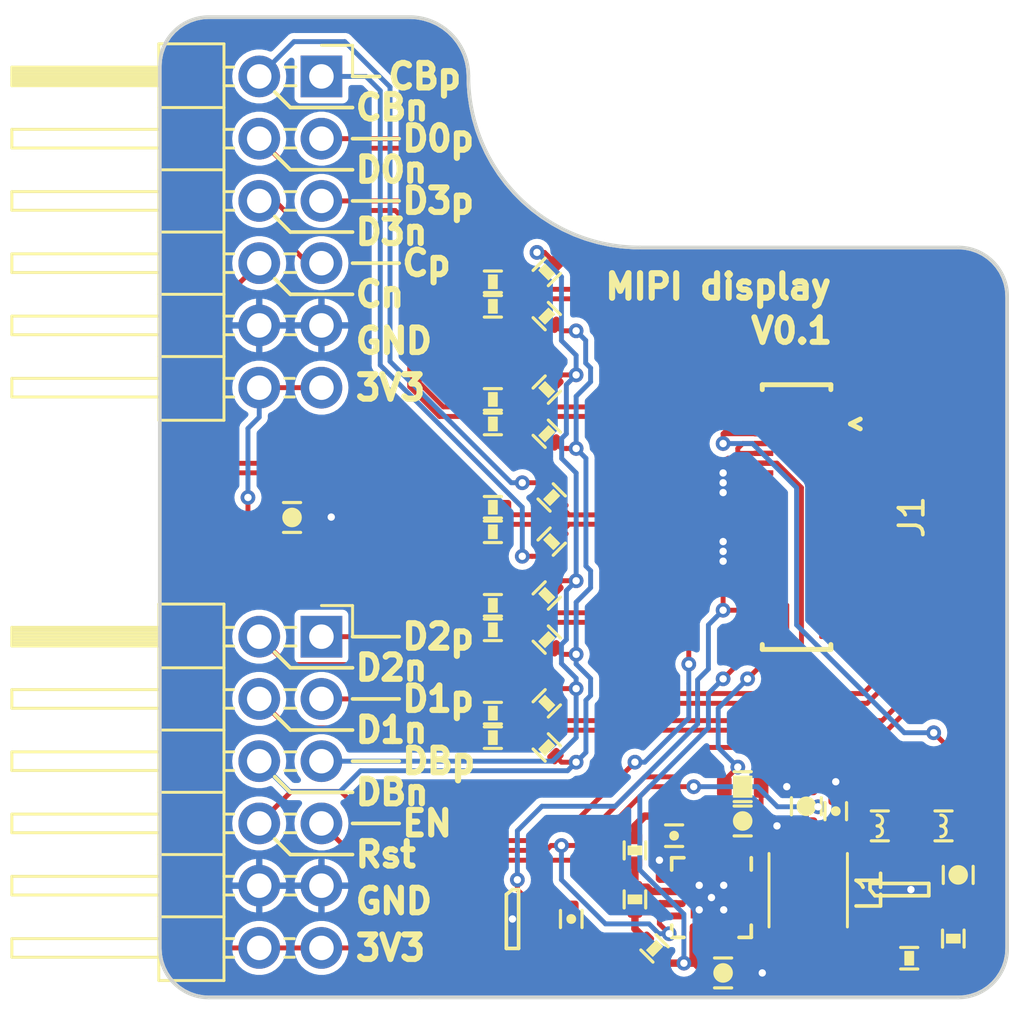
<source format=kicad_pcb>
(kicad_pcb (version 20221018) (generator pcbnew)
  (title_block (title "iCEBreaker PMOD - MIPI 1440x1440 Dsplay") (date "2018-11-04") (rev "V1.0a") (company "GsD") (comment 1 "2018 (C) Greg Davill<greg.davill@gmail.com>") (comment 3 "License: CC-BY-SA 4.0"))
  (layers (0 "F.Cu" signal) (31 "B.Cu" signal) (34 "B.Paste" user) (35 "F.Paste" user) (36 "B.SilkS" user "B.Silkscreen") (37 "F.SilkS" user "F.Silkscreen") (38 "B.Mask" user) (39 "F.Mask" user) (44 "Edge.Cuts" user))
  (net 0 "")
  (net 1 "GND")
  (net 2 "+3V3")
  (net 3 "/DAT_BIAS_P")
  (net 4 "/DAT_BIAS_N")
  (net 5 "/D3_P")
  (net 6 "/D3_N")
  (net 7 "/D2_P")
  (net 8 "/D2_N")
  (net 9 "/CLK_BIAS_N")
  (net 10 "/CLK_BIAS_P")
  (net 11 "/CLK_N")
  (net 12 "/CLK_P")
  (net 13 "/D0_N")
  (net 14 "/D0_P")
  (net 15 "/D1_N")
  (net 16 "/D1_P")
  (net 17 "/DSIA_D3_N")
  (net 18 "/DSIA_D3_P")
  (net 19 "/DSIA_D0_N")
  (net 20 "/DSIA_D0_P")
  (net 21 "/DSIA_CLK_N")
  (net 22 "/DSIA_CLK_P")
  (net 23 "/DSIA_D1_N")
  (net 24 "/DSIA_D1_P")
  (net 25 "/DSIA_D2_N")
  (net 26 "/DSIA_D2_P")
  (net 27 "Net-(C3-Pad1)")
  (net 28 "/AVDD")
  (net 29 "/AVEE")
  (net 30 "/AVDD_EN")
  (net 31 "Net-(L1-Pad1)")
  (net 32 "Net-(L1-Pad2)")
  (net 33 "Net-(R21-Pad2)")
  (net 34 "Net-(R22-Pad2)")
  (net 35 "/LED+")
  (net 36 "Net-(D1-Pad2)")
  (net 37 "Net-(R25-Pad2)")
  (net 38 "/DSIB_D2_P")
  (net 39 "/DSIB_D2_N")
  (net 40 "/DSIB_D1_P")
  (net 41 "/DSIB_D1_N")
  (net 42 "/DSIB_CLK_P")
  (net 43 "/DSIB_CLK_N")
  (net 44 "/DSIB_D0_P")
  (net 45 "/DSIB_D0_N")
  (net 46 "/DSIB_D3_P")
  (net 47 "/DSIB_D3_N")
  (net 48 "+1V8")
  (net 49 "/EXCK")
  (net 50 "/RESX")
  (net 51 "/FTE")
  (net 52 "/SYNC")
  (net 53 "/LEDPWM")
  (net 54 "Net-(U3-Pad4)")
  (footprint "pkl_connectors:PMODHeader_2x06_P2.54mm_Horizontal" (layer "F.Cu") (at 44 61.78 180)
    (fp_text reference "J2")
    (fp_text value "PMOD")
  )
  (footprint "pkl_connectors:PMODHeader_2x06_P2.54mm_Horizontal" (layer "F.Cu") (at 44 38.92 180)
    (fp_text reference "J4")
    (fp_text value "PMOD")
  )
  (footprint "pkl_dipol:C_0603" (layer "F.Cu") (at 42.8 44.216)
    (fp_text reference "C1")
    (fp_text value "10u")
  )
  (footprint "pkl_dipol:R_0402" (layer "F.Cu") (at 51 34.6 180)
    (fp_text reference "R4")
    (fp_text value "220R")
  )
  (footprint "pkl_dipol:R_0402" (layer "F.Cu") (at 51 43.8 180)
    (fp_text reference "R5")
    (fp_text value "220R")
  )
  (footprint "pkl_dipol:R_0402" (layer "F.Cu") (at 51 44.8 180)
    (fp_text reference "R6")
    (fp_text value "220R")
  )
  (footprint "pkl_dipol:R_0402" (layer "F.Cu") (at 51 53.2 180)
    (fp_text reference "R7")
    (fp_text value "220R")
  )
  (footprint "pkl_dipol:R_0402" (layer "F.Cu") (at 51 52.2 180)
    (fp_text reference "R8")
    (fp_text value "220R")
  )
  (footprint "pkl_dipol:R_0402" (layer "F.Cu") (at 51 48.8 180)
    (fp_text reference "R9")
    (fp_text value "220R")
  )
  (footprint "pkl_dipol:R_0402" (layer "F.Cu") (at 51 47.8 180)
    (fp_text reference "R10")
    (fp_text value "220R")
  )
  (footprint "pkl_dipol:R_0402" (layer "F.Cu") (at 53.399999 43.4 135)
    (fp_text reference "R11")
    (fp_text value "47R")
  )
  (footprint "pkl_dipol:R_0402" (layer "F.Cu") (at 53.4 45.2 -135)
    (fp_text reference "R12")
    (fp_text value "47R")
  )
  (footprint "pkl_dipol:R_0402" (layer "F.Cu") (at 53.2 39 45)
    (fp_text reference "R14")
    (fp_text value "47R")
  )
  (footprint "pkl_dipol:R_0402" (layer "F.Cu") (at 53.2 36 -45)
    (fp_text reference "R15")
    (fp_text value "47R")
  )
  (footprint "pkl_dipol:R_0402" (layer "F.Cu") (at 53.2 34.2 45)
    (fp_text reference "R16")
    (fp_text value "47R")
  )
  (footprint "pkl_dipol:R_0402" (layer "F.Cu") (at 53.2 53.6 -45)
    (fp_text reference "R17")
    (fp_text value "47R")
  )
  (footprint "pkl_dipol:R_0402" (layer "F.Cu") (at 53.2 51.8 45)
    (fp_text reference "R18")
    (fp_text value "47R")
  )
  (footprint "pkl_dipol:R_0402" (layer "F.Cu") (at 53.2 49.2 -45)
    (fp_text reference "R19")
    (fp_text value "47R")
  )
  (footprint "pkl_dipol:R_0402" (layer "F.Cu") (at 53.2 47.4 45)
    (fp_text reference "R20")
    (fp_text value "47R")
  )
  (footprint "pkl_dipol:R_0402" (layer "F.Cu") (at 51 35.6 180)
    (fp_text reference "R3")
    (fp_text value "220R")
  )
  (footprint "pkl_dipol:C_0603" (layer "F.Cu") (at 63.8 56 90)
    (fp_text reference "C2")
    (fp_text value "10u")
  )
  (footprint "pkl_dipol:C_0603" (layer "F.Cu") (at 60.4 62.8)
    (fp_text reference "C4")
    (fp_text value "10u")
  )
  (footprint "pkl_dipol:C_0603" (layer "F.Cu") (at 61.2 56.6 180)
    (fp_text reference "C5")
    (fp_text value "10u")
  )
  (footprint "Inductors_SMD:L_Taiyo-Yuden_MD-3030" (layer "F.Cu") (at 63.875001 59.425001 -90)
    (fp_text reference "L1")
    (fp_text value "2.2uH")
  )
  (footprint "pkl_dipol:R_0402" (layer "F.Cu") (at 56.8 59.8 90)
    (fp_text reference "R22")
    (fp_text value "--")
  )
  (footprint "pkl_dipol:R_0402" (layer "F.Cu") (at 56.8 57.8 90)
    (fp_text reference "R23")
    (fp_text value "--")
  )
  (footprint "pkl_housings_dfn_qfn:QFN-16-1EP_3x3mm_Pitch0.5mm" (layer "F.Cu") (at 59.925001 59.725001 -90)
    (fp_text reference "U1")
    (fp_text value "TPS65135")
  )
  (footprint "pkl_dipol:C_0402" (layer "F.Cu") (at 58.4 57.2 180)
    (fp_text reference "C3")
    (fp_text value "100n")
  )
  (footprint "pkl_dipol:R_0402" (layer "F.Cu") (at 57.6 61.8 135)
    (fp_text reference "R21")
    (fp_text value "--")
  )
  (footprint "pkl_dipol:C_0402" (layer "F.Cu") (at 65 56.2 90)
    (fp_text reference "C6")
    (fp_text value "100n")
  )
  (footprint "pkl_dipol:C_0603" (layer "F.Cu") (at 70 58.8 -90)
    (fp_text reference "C7")
    (fp_text value "1u")
  )
  (footprint "pkl_dipol:L_0603" (layer "F.Cu") (at 66.8 56.8 180)
    (fp_text reference "L2")
    (fp_text value "10uH")
  )
  (footprint "pkl_dipol:R_0603" (layer "F.Cu") (at 61.2 55.2 180)
    (fp_text reference "R24")
    (fp_text value "550R")
  )
  (footprint "pkl_dipol:R_0402" (layer "F.Cu") (at 69.8 61.4 -90)
    (fp_text reference "R25")
    (fp_text value "--")
  )
  (footprint "pkl_dipol:R_0402" (layer "F.Cu") (at 68 62.2 180)
    (fp_text reference "R26")
    (fp_text value "--")
  )
  (footprint "pkl_housings_sot:SOT-23-5" (layer "F.Cu") (at 67.6 59.4 -90)
    (fp_text reference "U2")
    (fp_text value "AP3015")
  )
  (footprint "pkl_dipol:L_0603" (layer "F.Cu") (at 69.4 56.8 180)
    (fp_text reference "D1")
    (fp_text value "SS14")
  )
  (footprint "WP7B-S040VA1" (layer "F.Cu") (at 63.4 44.2 -90)
    (fp_text reference "J1")
    (fp_text value "JAE-WP7B-P040VA1")
  )
  (footprint "pkl_dipol:R_0402" (layer "F.Cu") (at 53.2 40.8 -45)
    (fp_text reference "R13")
    (fp_text value "47R")
  )
  (footprint "pkl_dipol:R_0402" (layer "F.Cu") (at 51 39.4 180)
    (fp_text reference "R2")
    (fp_text value "220R")
  )
  (footprint "pkl_dipol:R_0402" (layer "F.Cu") (at 51 40.4 180)
    (fp_text reference "R1")
    (fp_text value "220R")
  )
  (footprint "pkl_dipol:C_0402" (layer "F.Cu") (at 54.2 60.6 -90)
    (fp_text reference "C8")
    (fp_text value "100n")
  )
  (footprint "pkl_housings_sot:SOT-23-5" (layer "F.Cu") (at 51.8 60.6 180)
    (fp_text reference "U3")
    (fp_text value "1V8")
  )
  (footprint "LOGO" (layer "F.Cu") (at 42.8 46.2)
    (fp_text reference "G***" hide)
    (fp_text value "LOGO" hide)
  )
  (gr_line (start 42.73 57.97) (end 45.27 57.97) (stroke (width 0.15)) (layer "F.SilkS"))
  (gr_line (start 42.73 55.43) (end 45.27 55.43) (stroke (width 0.15)) (layer "F.SilkS"))
  (gr_line (start 45.27 49.08) (end 47.175 49.08) (stroke (width 0.15)) (layer "F.SilkS"))
  (gr_line (start 42.73 50.35) (end 45.27 50.35) (stroke (width 0.15)) (layer "F.SilkS"))
  (gr_line (start 45.27 54.16) (end 47.175 54.16) (stroke (width 0.15)) (layer "F.SilkS"))
  (gr_line (start 42.73 52.89) (end 45.27 52.89) (stroke (width 0.15)) (layer "F.SilkS"))
  (gr_line (start 42.095 57.335) (end 42.73 57.97) (stroke (width 0.15)) (layer "F.SilkS"))
  (gr_line (start 42.095 54.795) (end 42.73 55.43) (stroke (width 0.15)) (layer "F.SilkS"))
  (gr_line (start 42.095 52.255) (end 42.73 52.89) (stroke (width 0.15)) (layer "F.SilkS"))
  (gr_line (start 45.27 51.62) (end 47.175 51.62) (stroke (width 0.15)) (layer "F.SilkS"))
  (gr_line (start 45.27 56.7) (end 47.175 56.7) (stroke (width 0.15)) (layer "F.SilkS"))
  (gr_line (start 42.095 49.715) (end 42.73 50.35) (stroke (width 0.15)) (layer "F.SilkS"))
  (gr_line (start 45.27 31.3) (end 47.175 31.3) (stroke (width 0.15)) (layer "F.SilkS"))
  (gr_line (start 42.095 29.395) (end 42.73 30.03) (stroke (width 0.15)) (layer "F.SilkS"))
  (gr_line (start 42.095 34.475) (end 42.73 35.11) (stroke (width 0.15)) (layer "F.SilkS"))
  (gr_line (start 42.095 31.935) (end 42.73 32.57) (stroke (width 0.15)) (layer "F.SilkS"))
  (gr_line (start 42.095 26.855) (end 42.73 27.49) (stroke (width 0.15)) (layer "F.SilkS"))
  (gr_line (start 42.73 32.57) (end 45.27 32.57) (stroke (width 0.15)) (layer "F.SilkS"))
  (gr_line (start 42.73 30.03) (end 45.27 30.03) (stroke (width 0.15)) (layer "F.SilkS"))
  (gr_line (start 45.27 28.76) (end 47.175 28.76) (stroke (width 0.15)) (layer "F.SilkS"))
  (gr_line (start 45.27 26.22) (end 46.375 26.225) (stroke (width 0.15)) (layer "F.SilkS"))
  (gr_line (start 45.27 33.84) (end 47.175 33.84) (stroke (width 0.15)) (layer "F.SilkS"))
  (gr_line (start 42.73 35.11) (end 45.27 35.11) (stroke (width 0.15)) (layer "F.SilkS"))
  (gr_line (start 42.73 27.49) (end 45.27 27.49) (stroke (width 0.15)) (layer "F.SilkS"))
  (gr_arc (start 56.999999 33.199999) (mid 52.050252 31.149747) (end 50 26.2) (stroke (width 0.15)) (layer "Edge.Cuts"))
  (gr_line (start 39.4 23.8) (end 47.6 23.8) (stroke (width 0.15)) (layer "Edge.Cuts"))
  (gr_line (start 48 63.8) (end 39.4 63.8) (stroke (width 0.15)) (layer "Edge.Cuts"))
  (gr_arc (start 39.4 63.8) (mid 37.985786 63.214214) (end 37.4 61.8) (stroke (width 0.15)) (layer "Edge.Cuts"))
  (gr_line (start 48 63.8) (end 70 63.8) (stroke (width 0.15)) (layer "Edge.Cuts"))
  (gr_arc (start 37.4 25.8) (mid 37.985786 24.385786) (end 39.4 23.8) (stroke (width 0.15)) (layer "Edge.Cuts"))
  (gr_arc (start 72 61.8) (mid 71.414214 63.214214) (end 70 63.8) (stroke (width 0.15)) (layer "Edge.Cuts"))
  (gr_arc (start 70 33.2) (mid 71.414214 33.785786) (end 72 35.2) (stroke (width 0.15)) (layer "Edge.Cuts"))
  (gr_line (start 57 33.2) (end 70 33.2) (stroke (width 0.15)) (layer "Edge.Cuts"))
  (gr_line (start 72 35.2) (end 72 61.8) (stroke (width 0.15)) (layer "Edge.Cuts"))
  (gr_line (start 37.4 61.8) (end 37.4 25.8) (stroke (width 0.15)) (layer "Edge.Cuts"))
  (gr_arc (start 47.6 23.8) (mid 49.297056 24.502944) (end 50 26.2) (stroke (width 0.15)) (layer "Edge.Cuts"))
  (gr_text "V0.1\n" (at 63.2 36.6) (layer "F.SilkS") (effects (font (size 1 1) (thickness 0.25))))
  (gr_text "CBp" (at 46.6 26.22) (layer "F.SilkS") (effects (font (size 1 1) (thickness 0.25)) (justify left)))
  (gr_text "CBn" (at 45.27 27.49) (layer "F.SilkS") (effects (font (size 1 1) (thickness 0.25)) (justify left)))
  (gr_text "D0p" (at 47.175 28.76) (layer "F.SilkS") (effects (font (size 1 1) (thickness 0.25)) (justify left)))
  (gr_text "D0n" (at 45.27 30.03) (layer "F.SilkS") (effects (font (size 1 1) (thickness 0.25)) (justify left)))
  (gr_text "D3p" (at 47.175 31.3) (layer "F.SilkS") (effects (font (size 1 1) (thickness 0.25)) (justify left)))
  (gr_text "D3n" (at 45.27 32.57) (layer "F.SilkS") (effects (font (size 1 1) (thickness 0.25)) (justify left)))
  (gr_text "3V3" (at 45.27 38.92) (layer "F.SilkS") (effects (font (size 1 1) (thickness 0.25)) (justify left)))
  (gr_text "GND" (at 45.27 37.015) (layer "F.SilkS") (effects (font (size 1 1) (thickness 0.25)) (justify left)))
  (gr_text "Cp" (at 47.175 33.84) (layer "F.SilkS") (effects (font (size 1 1) (thickness 0.25)) (justify left)))
  (gr_text "Cn" (at 45.27 35.11) (layer "F.SilkS") (effects (font (size 1 1) (thickness 0.25)) (justify left)))
  (gr_text "D1n" (at 45.27 52.89) (layer "F.SilkS") (effects (font (size 1 1) (thickness 0.25)) (justify left)))
  (gr_text "DBp" (at 47.175 54.16) (layer "F.SilkS") (effects (font (size 1 1) (thickness 0.25)) (justify left)))
  (gr_text "EN" (at 47.175 56.7) (layer "F.SilkS") (effects (font (size 1 1) (thickness 0.25)) (justify left)))
  (gr_text "D2n" (at 45.27 50.35) (layer "F.SilkS") (effects (font (size 1 1) (thickness 0.25)) (justify left)))
  (gr_text "D2p" (at 47.175 49.08) (layer "F.SilkS") (effects (font (size 1 1) (thickness 0.25)) (justify left)))
  (gr_text "DBn" (at 45.27 55.43) (layer "F.SilkS") (effects (font (size 1 1) (thickness 0.25)) (justify left)))
  (gr_text "3V3" (at 45.27 61.78) (layer "F.SilkS") (effects (font (size 1 1) (thickness 0.25)) (justify left)))
  (gr_text "Rst" (at 45.27 57.97) (layer "F.SilkS") (effects (font (size 1 1) (thickness 0.25)) (justify left)))
  (gr_text "D1p" (at 47.175 51.62) (layer "F.SilkS") (effects (font (size 1 1) (thickness 0.25)) (justify left)))
  (gr_text "GND" (at 45.27 59.875) (layer "F.SilkS") (effects (font (size 1 1) (thickness 0.25)) (justify left)))
  (gr_text "MIPI display" (at 60.2 34.8) (layer "F.SilkS") (effects (font (size 1 1) (thickness 0.25))))
  (segment (start 60.175001 61.825001) (end 60.55 62.2) (width 0.3) (layer "F.Cu") (net 1))
  (segment (start 62.05 45.2) (end 60.4 45.2) (width 0.2) (layer "F.Cu") (net 1))
  (segment (start 67.6 60.5) (end 67.6 59.87) (width 0.2) (layer "F.Cu") (net 1))
  (segment (start 60.4 42) (end 60.4 42.4) (width 0.2) (layer "F.Cu") (net 1))
  (segment (start 57.8 57.7) (end 57.9 57.6) (width 0.3) (layer "F.Cu") (net 1))
  (segment (start 69 59.55) (end 70 59.55) (width 0.2) (layer "F.Cu") (net 1))
  (segment (start 60.4 45.2) (end 60.4 46) (width 0.8) (layer "F.Cu") (net 1))
  (segment (start 62.05 46) (end 60.4 46) (width 0.2) (layer "F.Cu") (net 1))
  (segment (start 61.95 55.2) (end 61.95 56.6) (width 0.2) (layer "F.Cu") (net 1))
  (segment (start 65 55.7) (end 65 55) (width 0.2) (layer "F.Cu") (net 1))
  (segment (start 53.2 60.6) (end 51.8 60.6) (width 0.2) (layer "F.Cu") (net 1))
  (segment (start 67.6 59.87) (end 68.07 59.4) (width 0.2) (layer "F.Cu") (net 1))
  (segment (start 57.8 58.2) (end 57.8 57.7) (width 0.3) (layer "F.Cu") (net 1))
  (segment (start 60.675001 62.074999) (end 60.55 62.2) (width 0.3) (layer "F.Cu") (net 1))
  (segment (start 62.05 42.4) (end 60.4 42.4) (width 0.2) (layer "F.Cu") (net 1))
  (segment (start 62.4 56.6) (end 62.6 56.8) (width 0.2) (layer "F.Cu") (net 1))
  (segment (start 44.384 44.216) (end 44.4 44.2) (width 0.2) (layer "F.Cu") (net 1))
  (segment (start 62.05 41.2) (end 61.2 41.2) (width 0.2) (layer "F.Cu") (net 1))
  (segment (start 60.4 42.4) (end 60.4 43.2) (width 0.8) (layer "F.Cu") (net 1))
  (segment (start 57.825001 58.975001) (end 57.8 58.95) (width 0.3) (layer "F.Cu") (net 1))
  (segment (start 62.05 43.2) (end 60.4 43.2) (width 0.2) (layer "F.Cu") (net 1))
  (segment (start 54.2 61.1) (end 53.7 61.1) (width 0.2) (layer "F.Cu") (net 1))
  (segment (start 60.8 41.8) (end 61 41.6) (width 0.2) (layer "F.Cu") (net 1))
  (segment (start 61.2 41.2) (end 61 41.4) (width 0.2) (layer "F.Cu") (net 1))
  (segment (start 61 41.4) (end 61 41.6) (width 0.2) (layer "F.Cu") (net 1))
  (segment (start 60.55 62.2) (end 61.15 62.8) (width 0.3) (layer "F.Cu") (net 1))
  (segment (start 63.05 55.25) (end 63 55.2) (width 0.2) (layer "F.Cu") (net 1))
  (segment (start 57.9 57.2) (end 57.9 57.6) (width 0.3) (layer "F.Cu") (net 1))
  (segment (start 60.8 41.8) (end 60.6 41.8) (width 0.2) (layer "F.Cu") (net 1))
  (segment (start 53.7 61.1) (end 53.2 60.6) (width 0.2) (layer "F.Cu") (net 1))
  (segment (start 43.55 44.216) (end 44.384 44.216) (width 0.2) (layer "F.Cu") (net 1))
  (segment (start 69 59.55) (end 68.85 59.4) (width 0.2) (layer "F.Cu") (net 1))
  (segment (start 58.500001 58.975001) (end 57.825001 58.975001) (width 0.3) (layer "F.Cu") (net 1))
  (segment (start 62.05 45.6) (end 60.4 45.6) (width 0.2) (layer "F.Cu") (net 1))
  (segment (start 60.675001 61.150001) (end 60.675001 62.074999) (width 0.3) (layer "F.Cu") (net 1))
  (segment (start 67.5 62.2) (end 67.5 61.3) (width 0.2) (layer "F.Cu") (net 1))
  (segment (start 63.8 55.25) (end 63.05 55.25) (width 0.2) (layer "F.Cu") (net 1))
  (segment (start 62.05 41.6) (end 61 41.6) (width 0.2) (layer "F.Cu") (net 1))
  (segment (start 50.7 60.6) (end 51.8 60.6) (width 0.2) (layer "F.Cu") (net 1))
  (segment (start 61.15 62.8) (end 62 62.8) (width 0.3) (layer "F.Cu") (net 1))
  (segment (start 60.175001 61.150001) (end 60.175001 61.825001) (width 0.3) (layer "F.Cu") (net 1))
  (segment (start 61.95 56.6) (end 62.4 56.6) (width 0.2) (layer "F.Cu") (net 1))
  (segment (start 67.6 60.5) (end 67.6 61.2) (width 0.2) (layer "F.Cu") (net 1))
  (segment (start 68.85 59.4) (end 68.07 59.4) (width 0.2) (layer "F.Cu") (net 1))
  (segment (start 60.6 41.8) (end 60.4 42) (width 0.2) (layer "F.Cu") (net 1))
  (segment (start 57.8 58.95) (end 57.8 58.2) (width 0.3) (layer "F.Cu") (net 1))
  (segment (start 67.5 61.3) (end 67.6 61.2) (width 0.2) (layer "F.Cu") (net 1))
  (segment (start 62.05 42.8) (end 60.4 42.8) (width 0.2) (layer "F.Cu") (net 1))
  (via (at 44.4 44.2) (size 0.6) (drill 0.3) (layers "F.Cu" "B.Cu") (net 1))
  (via (at 62.6 56.8) (size 0.6) (drill 0.3) (layers "F.Cu" "B.Cu") (net 1))
  (via (at 62 62.8) (size 0.6) (drill 0.3) (layers "F.Cu" "B.Cu") (net 1))
  (via (at 68.07 59.4) (size 0.6) (drill 0.3) (layers "F.Cu" "B.Cu") (net 1))
  (via (at 60.4 45.2) (size 0.6) (drill 0.3) (layers "F.Cu" "B.Cu") (net 1))
  (via (at 60.4 42.4) (size 0.6) (drill 0.3) (layers "F.Cu" "B.Cu") (net 1))
  (via (at 65 55) (size 0.6) (drill 0.3) (layers "F.Cu" "B.Cu") (net 1))
  (via (at 60.4 43.2) (size 0.6) (drill 0.3) (layers "F.Cu" "B.Cu") (net 1))
  (via (at 60.4 46) (size 0.6) (drill 0.3) (layers "F.Cu" "B.Cu") (net 1))
  (via (at 60.4 45.6) (size 0.6) (drill 0.3) (layers "F.Cu" "B.Cu") (net 1))
  (via (at 51.8 60.6) (size 0.6) (drill 0.3) (layers "F.Cu" "B.Cu") (net 1))
  (via (at 60.4 42.8) (size 0.6) (drill 0.3) (layers "F.Cu" "B.Cu") (net 1))
  (via (at 63 55.2) (size 0.6) (drill 0.3) (layers "F.Cu" "B.Cu") (net 1))
  (via (at 57.8 58.2) (size 0.6) (drill 0.3) (layers "F.Cu" "B.Cu") (net 1))
  (segment (start 41.46 38.92) (end 44 38.92) (width 0.2) (layer "F.Cu") (net 2))
  (segment (start 65.5 56.7) (end 65.6 56.8) (width 0.2) (layer "F.Cu") (net 2))
  (segment (start 64.6 56.7) (end 64.45 56.7) (width 0.2) (layer "F.Cu") (net 2))
  (segment (start 41 44) (end 41.216 44.216) (width 0.2) (layer "F.Cu") (net 2))
  (segment (start 44 61.78) (end 45.202081 61.78) (width 0.2) (layer "F.Cu") (net 2))
  (segment (start 39.98 61.78) (end 39.2 61) (width 0.2) (layer "F.Cu") (net 2))
  (segment (start 65 56.7) (end 65.5 56.7) (width 0.2) (layer "F.Cu") (net 2))
  (segment (start 49.6 58.2) (end 54.4 58.2) (width 0.2) (layer "F.Cu") (net 2))
  (segment (start 66.05 56.8) (end 65.6 56.8) (width 0.2) (layer "F.Cu") (net 2))
  (segment (start 63.2 57.160001) (end 63 57.360001) (width 0.2) (layer "F.Cu") (net 2))
  (segment (start 50.07 61.55) (end 49.6 61.08) (width 0.2) (layer "F.Cu") (net 2))
  (segment (start 41.46 61.78) (end 44 61.78) (width 0.2) (layer "F.Cu") (net 2))
  (segment (start 64.45 56.7) (end 64.4 56.75) (width 0.2) (layer "F.Cu") (net 2))
  (segment (start 63.8 56.75) (end 63.25 56.75) (width 0.2) (layer "F.Cu") (net 2))
  (segment (start 65 56.7) (end 64.6 56.7) (width 0.2) (layer "F.Cu") (net 2))
  (segment (start 66.25 57.6) (end 66.05 57.4) (width 0.2) (layer "F.Cu") (net 2))
  (segment (start 49.6 61.08) (end 49.6 59.6) (width 0.2) (layer "F.Cu") (net 2))
  (segment (start 63.8 56.070289) (end 63.8 56.75) (width 0.2) (layer "F.Cu") (net 2))
  (segment (start 62.4 57.6) (end 62.639999 57.360001) (width 0.2) (layer "F.Cu") (net 2))
  (segment (start 41 43.4) (end 41 44) (width 0.2) (layer "F.Cu") (net 2))
  (segment (start 63.25 56.75) (end 63.2 56.8) (width 0.2) (layer "F.Cu") (net 2))
  (segment (start 60.8 57.6) (end 62.4 57.6) (width 0.2) (layer "F.Cu") (net 2))
  (segment (start 46 58.6) (end 46.4 58.2) (width 0.2) (layer "F.Cu") (net 2))
  (segment (start 57.4 55.2) (end 59.2 55.2) (width 0.2) (layer "F.Cu") (net 2))
  (segment (start 64.273859 56.020694) (end 63.849595 56.020694) (width 0.2) (layer "F.Cu") (net 2))
  (segment (start 45.202081 61.78) (end 46 60.982081) (width 0.2) (layer "F.Cu") (net 2))
  (segment (start 46 60.982081) (end 46 58.6) (width 0.2) (layer "F.Cu") (net 2))
  (segment (start 62.639999 57.360001) (end 63 57.360001) (width 0.2) (layer "F.Cu") (net 2))
  (segment (start 63.8 56.75) (end 64.4 56.75) (width 0.2) (layer "F.Cu") (net 2))
  (segment (start 50.7 59.65) (end 49.65 59.65) (width 0.2) (layer "F.Cu") (net 2))
  (segment (start 66.05 56.8) (end 66.05 57.4) (width 0.2) (layer "F.Cu") (net 2))
  (segment (start 46.4 58.2) (end 49.6 58.2) (width 0.2) (layer "F.Cu") (net 2))
  (segment (start 54.4 58.2) (end 57.4 55.2) (width 0.2) (layer "F.Cu") (net 2))
  (segment (start 49.6 59.6) (end 49.6 58.2) (width 0.2) (layer "F.Cu") (net 2))
  (segment (start 63.2 56.8) (end 63.2 57.160001) (width 0.2) (layer "F.Cu") (net 2))
  (segment (start 49.65 59.65) (end 49.6 59.6) (width 0.2) (layer "F.Cu") (net 2))
  (segment (start 41.216 44.216) (end 42.05 44.216) (width 0.2) (layer "F.Cu") (net 2))
  (segment (start 50.7 61.55) (end 50.07 61.55) (width 0.2) (layer "F.Cu") (net 2))
  (segment (start 41.46 61.78) (end 39.98 61.78) (width 0.2) (layer "F.Cu") (net 2))
  (segment (start 63.849595 56.020694) (end 63.8 56.070289) (width 0.2) (layer "F.Cu") (net 2))
  (segment (start 39.2 61) (end 39.2 45.8) (width 0.2) (layer "F.Cu") (net 2))
  (segment (start 39.2 45.8) (end 41 44) (width 0.2) (layer "F.Cu") (net 2))
  (segment (start 66.65 58.3) (end 66.65 57.67) (width 0.2) (layer "F.Cu") (net 2))
  (segment (start 60.675001 57.724999) (end 60.8 57.6) (width 0.2) (layer "F.Cu") (net 2))
  (segment (start 66.65 57.67) (end 66.58 57.6) (width 0.2) (layer "F.Cu") (net 2))
  (segment (start 60.675001 58.300001) (end 60.675001 57.724999) (width 0.2) (layer "F.Cu") (net 2))
  (segment (start 66.58 57.6) (end 66.25 57.6) (width 0.2) (layer "F.Cu") (net 2))
  (via (at 59.2 55.2) (size 0.6) (drill 0.3) (layers "F.Cu" "B.Cu") (net 2))
  (via (at 64.273859 56.020694) (size 0.6) (drill 0.3) (layers "F.Cu" "B.Cu") (net 2))
  (via (at 41 43.4) (size 0.6) (drill 0.3) (layers "F.Cu" "B.Cu") (net 2))
  (segment (start 59.2 55.2) (end 61.8 55.2) (width 0.2) (layer "B.Cu") (net 2))
  (segment (start 62.620694 56.020694) (end 64.273859 56.020694) (width 0.2) (layer "B.Cu") (net 2))
  (segment (start 41.46 40.122081) (end 41 40.582081) (width 0.2) (layer "B.Cu") (net 2))
  (segment (start 61.8 55.2) (end 62.620694 56.020694) (width 0.2) (layer "B.Cu") (net 2))
  (segment (start 41 40.582081) (end 41 43.4) (width 0.2) (layer "B.Cu") (net 2))
  (segment (start 41.46 38.92) (end 41.46 40.122081) (width 0.2) (layer "B.Cu") (net 2))
  (segment (start 53.553553 38.646447) (end 53.801039 38.398961) (width 0.2) (layer "F.Cu") (net 3))
  (segment (start 53.801039 38.398961) (end 54.398961 38.398961) (width 0.2) (layer "F.Cu") (net 3))
  (segment (start 54.198961 46.798961) (end 54.2 46.8) (width 0.2) (layer "F.Cu") (net 3))
  (segment (start 53.801039 51.198961) (end 54.398961 51.198961) (width 0.2) (layer "F.Cu") (net 3))
  (segment (start 53.553553 33.846447) (end 53.107106 33.4) (width 0.2) (layer "F.Cu") (net 3))
  (segment (start 53.553553 47.046447) (end 53.801039 46.798961) (width 0.2) (layer "F.Cu") (net 3))
  (segment (start 53.801039 46.798961) (end 54.198961 46.798961) (width 0.2) (layer "F.Cu") (net 3))
  (segment (start 53.553553 51.446447) (end 53.801039 51.198961) (width 0.2) (layer "F.Cu") (net 3))
  (segment (start 54.2 46.8) (end 54.4 46.8) (width 0.2) (layer "F.Cu") (net 3))
  (segment (start 53.107106 33.4) (end 52.800006 33.4) (width 0.2) (layer "F.Cu") (net 3))
  (via (at 54.398961 38.398961) (size 0.6) (drill 0.3) (layers "F.Cu" "B.Cu") (net 3))
  (via (at 54.398961 51.198961) (size 0.6) (drill 0.3) (layers "F.Cu" "B.Cu") (net 3))
  (via (at 52.800006 33.4) (size 0.6) (drill 0.3) (layers "F.Cu" "B.Cu") (net 3))
  (via (at 54.4 46.8) (size 0.6) (drill 0.3) (layers "F.Cu" "B.Cu") (net 3))
  (segment (start 54.398961 51.198961) (end 54.398961 50.774697) (width 0.2) (layer "B.Cu") (net 3))
  (segment (start 54.398961 53.198961) (end 54.398961 51.198961) (width 0.2) (layer "B.Cu") (net 3))
  (segment (start 54.398961 38.398961) (end 54.398961 37.598961) (width 0.2) (layer "B.Cu") (net 3))
  (segment (start 54.398961 37.598961) (end 53.8 37) (width 0.2) (layer "B.Cu") (net 3))
  (segment (start 53.809999 40.990001) (end 54 40.8) (width 0.2) (layer "B.Cu") (net 3))
  (segment (start 54 38.797922) (end 54.398961 38.398961) (width 0.2) (layer "B.Cu") (net 3))
  (segment (start 53.8 49.4) (end 54 49.2) (width 0.2) (layer "B.Cu") (net 3))
  (segment (start 54.4 42.4) (end 53.809999 41.809999) (width 0.2) (layer "B.Cu") (net 3))
  (segment (start 53.8 37) (end 53.8 34.399994) (width 0.2) (layer "B.Cu") (net 3))
  (segment (start 53.8 34.399994) (end 52.800006 33.4) (width 0.2) (layer "B.Cu") (net 3))
  (segment (start 54.398961 50.774697) (end 53.8 50.175736) (width 0.2) (layer "B.Cu") (net 3))
  (segment (start 54.4 46.8) (end 54.4 42.4) (width 0.2) (layer "B.Cu") (net 3))
  (segment (start 44 54.16) (end 53.44 54.16) (width 0.2) (layer "B.Cu") (net 3))
  (segment (start 53.8 50.175736) (end 53.8 49.4) (width 0.2) (layer "B.Cu") (net 3))
  (segment (start 54 49.2) (end 54 47.2) (width 0.2) (layer "B.Cu") (net 3))
  (segment (start 54 47.2) (end 54.4 46.8) (width 0.2) (layer "B.Cu") (net 3))
  (segment (start 53.44 54.16) (end 54.4 53.2) (width 0.2) (layer "B.Cu") (net 3))
  (segment (start 54 40.8) (end 54 38.797922) (width 0.2) (layer "B.Cu") (net 3))
  (segment (start 54.4 53.2) (end 54.398961 53.198961) (width 0.2) (layer "B.Cu") (net 3))
  (segment (start 53.809999 41.809999) (end 53.809999 40.990001) (width 0.2) (layer "B.Cu") (net 3))
  (segment (start 53.998961 41.401039) (end 54 41.4) (width 0.2) (layer "F.Cu") (net 4))
  (segment (start 54 41.4) (end 54.4 41.4) (width 0.2) (layer "F.Cu") (net 4))
  (segment (start 53.553553 41.153553) (end 53.801039 41.401039) (width 0.2) (layer "F.Cu") (net 4))
  (segment (start 53.801039 41.401039) (end 53.998961 41.401039) (width 0.2) (layer "F.Cu") (net 4))
  (segment (start 53.801039 36.601039) (end 54.398961 36.601039) (width 0.2) (layer "F.Cu") (net 4))
  (segment (start 53.801039 49.801039) (end 54.198961 49.801039) (width 0.2) (layer "F.Cu") (net 4))
  (segment (start 54.198961 49.801039) (end 54.2 49.8) (width 0.2) (layer "F.Cu") (net 4))
  (segment (start 53.553553 53.953553) (end 53.801039 54.201039) (width 0.2) (layer "F.Cu") (net 4))
  (segment (start 53.553553 36.353553) (end 53.801039 36.601039) (width 0.2) (layer "F.Cu") (net 4))
  (segment (start 53.553553 49.553553) (end 53.801039 49.801039) (width 0.2) (layer "F.Cu") (net 4))
  (segment (start 53.801039 54.201039) (end 54.398961 54.201039) (width 0.2) (layer "F.Cu") (net 4))
  (segment (start 54.2 49.8) (end 54.4 49.8) (width 0.2) (layer "F.Cu") (net 4))
  (via (at 54.4 41.4) (size 0.6) (drill 0.3) (layers "F.Cu" "B.Cu") (net 4))
  (via (at 54.398961 54.201039) (size 0.6) (drill 0.3) (layers "F.Cu" "B.Cu") (net 4))
  (via (at 54.4 49.8) (size 0.6) (drill 0.3) (layers "F.Cu" "B.Cu") (net 4))
  (via (at 54.398961 36.601039) (size 0.6) (drill 0.3) (layers "F.Cu" "B.Cu") (net 4))
  (segment (start 54.990001 47.083201) (end 54.990001 46.390001) (width 0.2) (layer "B.Cu") (net 4))
  (segment (start 54.988962 51.482162) (end 54.8 51.671124) (width 0.2) (layer "B.Cu") (net 4))
  (segment (start 54.4 41.4) (end 54.4 39.271124) (width 0.2) (layer "B.Cu") (net 4))
  (segment (start 54.8 51.671124) (end 54.8 53.8) (width 0.2) (layer "B.Cu") (net 4))
  (segment (start 54.05 54.55) (end 45.6 54.55) (width 0.2) (layer "B.Cu") (net 4))
  (segment (start 54.990001 46.390001) (end 54.8 46.2) (width 0.2) (layer "B.Cu") (net 4))
  (segment (start 54.788971 37.915769) (end 54.788971 36.991049) (width 0.2) (layer "B.Cu") (net 4))
  (segment (start 54.4 50.2) (end 54.988962 50.788962) (width 0.2) (layer "B.Cu") (net 4))
  (segment (start 44.75 55.4) (end 42.7 55.4) (width 0.2) (layer "B.Cu") (net 4))
  (segment (start 54.988962 50.788962) (end 54.988962 51.482162) (width 0.2) (layer "B.Cu") (net 4))
  (segment (start 54.4 49.8) (end 54.4 47.673202) (width 0.2) (layer "B.Cu") (net 4))
  (segment (start 54.398961 54.201039) (end 54.05 54.55) (width 0.2) (layer "B.Cu") (net 4))
  (segment (start 54.988962 38.11576) (end 54.788971 37.915769) (width 0.2) (layer "B.Cu") (net 4))
  (segment (start 54.4 47.673202) (end 54.990001 47.083201) (width 0.2) (layer "B.Cu") (net 4))
  (segment (start 54.788971 36.991049) (end 54.398961 36.601039) (width 0.2) (layer "B.Cu") (net 4))
  (segment (start 54.4 49.8) (end 54.4 50.2) (width 0.2) (layer "B.Cu") (net 4))
  (segment (start 54.8 41.8) (end 54.4 41.4) (width 0.2) (layer "B.Cu") (net 4))
  (segment (start 45.6 54.55) (end 44.75 55.4) (width 0.2) (layer "B.Cu") (net 4))
  (segment (start 54.8 46.2) (end 54.8 41.8) (width 0.2) (layer "B.Cu") (net 4))
  (segment (start 54.988962 38.682162) (end 54.988962 38.11576) (width 0.2) (layer "B.Cu") (net 4))
  (segment (start 54.8 53.8) (end 54.398961 54.201039) (width 0.2) (layer "B.Cu") (net 4))
  (segment (start 54.4 39.271124) (end 54.988962 38.682162) (width 0.2) (layer "B.Cu") (net 4))
  (segment (start 42.7 55.4) (end 41.46 54.16) (width 0.2) (layer "B.Cu") (net 4))
  (segment (start 44.39 31.3) (end 44 31.3) (width 0.2) (layer "F.Cu") (net 5))
  (segment (start 47.175772 31.3) (end 44.39 31.3) (width 0.2) (layer "F.Cu") (net 5))
  (segment (start 47.995 38.719228) (end 47.995 32.119228) (width 0.2) (layer "F.Cu") (net 5))
  (segment (start 50.5 39.4) (end 50.195 39.705) (width 0.2) (layer "F.Cu") (net 5))
  (segment (start 48.980772 39.705) (end 47.995 38.719228) (width 0.2) (layer "F.Cu") (net 5))
  (segment (start 47.995 32.119228) (end 47.175772 31.3) (width 0.2) (layer "F.Cu") (net 5))
  (segment (start 50.195 39.705) (end 48.980772 39.705) (width 0.2) (layer "F.Cu") (net 5))
  (segment (start 47.605 38.880772) (end 47.605 32.280772) (width 0.2) (layer "F.Cu") (net 6))
  (segment (start 44.6 32.6) (end 43.4 32.6) (width 0.2) (layer "F.Cu") (net 6))
  (segment (start 48.819228 40.095) (end 47.605 38.880772) (width 0.2) (layer "F.Cu") (net 6))
  (segment (start 47.014228 31.69) (end 45.51 31.69) (width 0.2) (layer "F.Cu") (net 6))
  (segment (start 45.51 31.69) (end 44.6 32.6) (width 0.2) (layer "F.Cu") (net 6))
  (segment (start 47.605 32.280772) (end 47.014228 31.69) (width 0.2) (layer "F.Cu") (net 6))
  (segment (start 42.1 31.3) (end 41.46 31.3) (width 0.2) (layer "F.Cu") (net 6))
  (segment (start 43.4 32.6) (end 42.1 31.3) (width 0.2) (layer "F.Cu") (net 6))
  (segment (start 50.5 40.4) (end 50.195 40.095) (width 0.2) (layer "F.Cu") (net 6))
  (segment (start 50.195 40.095) (end 48.819228 40.095) (width 0.2) (layer "F.Cu") (net 6))
  (segment (start 50.5 47.8) (end 50.195 48.105) (width 0.2) (layer "F.Cu") (net 7))
  (segment (start 44.39 49.08) (end 44 49.08) (width 0.2) (layer "F.Cu") (net 7))
  (segment (start 50.195 48.105) (end 48.019228 48.105) (width 0.2) (layer "F.Cu") (net 7))
  (segment (start 47.044228 49.08) (end 44.39 49.08) (width 0.2) (layer "F.Cu") (net 7))
  (segment (start 48.019228 48.105) (end 47.044228 49.08) (width 0.2) (layer "F.Cu") (net 7))
  (segment (start 46.2 49.47) (end 47.205772 49.47) (width 0.2) (layer "F.Cu") (net 8))
  (segment (start 42.600001 50.220001) (end 45.449999 50.220001) (width 0.2) (layer "F.Cu") (net 8))
  (segment (start 50.195 48.495) (end 50.5 48.8) (width 0.2) (layer "F.Cu") (net 8))
  (segment (start 47.205772 49.47) (end 48.180772 48.495) (width 0.2) (layer "F.Cu") (net 8))
  (segment (start 41.46 49.08) (end 42.600001 50.220001) (width 0.2) (layer "F.Cu") (net 8))
  (segment (start 48.180772 48.495) (end 50.195 48.495) (width 0.2) (layer "F.Cu") (net 8))
  (segment (start 45.449999 50.220001) (end 46.2 49.47) (width 0.2) (layer "F.Cu") (net 8))
  (segment (start 53.046446 43.046447) (end 52.79896 42.798961) (width 0.2) (layer "F.Cu") (net 9))
  (segment (start 52.4 42.8) (end 52.2 42.8) (width 0.2) (layer "F.Cu") (net 9))
  (segment (start 52.79896 42.798961) (end 52.401039 42.798961) (width 0.2) (layer "F.Cu") (net 9))
  (segment (start 52.401039 42.798961) (end 52.4 42.8) (width 0.2) (layer "F.Cu") (net 9))
  (via (at 52.2 42.8) (size 0.6) (drill 0.3) (layers "F.Cu" "B.Cu") (net 9))
  (segment (start 46.8 26.648443) (end 44.951557 24.8) (width 0.2) (layer "B.Cu") (net 9))
  (segment (start 44.951557 24.8) (end 42.88 24.8) (width 0.2) (layer "B.Cu") (net 9))
  (segment (start 52.2 42.8) (end 51.751556 42.8) (width 0.2) (layer "B.Cu") (net 9))
  (segment (start 51.751556 42.8) (end 46.8 37.848444) (width 0.2) (layer "B.Cu") (net 9))
  (segment (start 46.8 37.848444) (end 46.8 26.648443) (width 0.2) (layer "B.Cu") (net 9))
  (segment (start 42.88 24.8) (end 41.46 26.22) (width 0.2) (layer "B.Cu") (net 9))
  (segment (start 52.798961 45.801039) (end 52.601039 45.801039) (width 0.2) (layer "F.Cu") (net 10))
  (segment (start 52.6 45.8) (end 52.2 45.8) (width 0.2) (layer "F.Cu") (net 10))
  (segment (start 53.046447 45.553553) (end 52.798961 45.801039) (width 0.2) (layer "F.Cu") (net 10))
  (segment (start 52.601039 45.801039) (end 52.6 45.8) (width 0.2) (layer "F.Cu") (net 10))
  (via (at 52.2 45.8) (size 0.6) (drill 0.3) (layers "F.Cu" "B.Cu") (net 10))
  (segment (start 52.2 45.8) (end 52.2 43.8) (width 0.2) (layer "B.Cu") (net 10))
  (segment (start 45.82 26.22) (end 44 26.22) (width 0.2) (layer "B.Cu") (net 10))
  (segment (start 46.4 38) (end 46.4 26.8) (width 0.2) (layer "B.Cu") (net 10))
  (segment (start 52.2 43.8) (end 46.4 38) (width 0.2) (layer "B.Cu") (net 10))
  (segment (start 46.4 26.8) (end 45.82 26.22) (width 0.2) (layer "B.Cu") (net 10))
  (segment (start 39.875772 34.8) (end 40.5 34.8) (width 0.2) (layer "F.Cu") (net 11))
  (segment (start 47.980772 44.105) (end 45.880772 42.005) (width 0.2) (layer "F.Cu") (net 11))
  (segment (start 50.5 43.8) (end 50.195 44.105) (width 0.2) (layer "F.Cu") (net 11))
  (segment (start 45.880772 42.005) (end 40.480772 42.005) (width 0.2) (layer "F.Cu") (net 11))
  (segment (start 39.195 40.719228) (end 39.195 35.480772) (width 0.2) (layer "F.Cu") (net 11))
  (segment (start 41.46 33.84) (end 40.7 34.6) (width 0.2) (layer "F.Cu") (net 11))
  (segment (start 40.480772 42.005) (end 39.195 40.719228) (width 0.2) (layer "F.Cu") (net 11))
  (segment (start 40.5 34.8) (end 40.7 34.6) (width 0.2) (layer "F.Cu") (net 11))
  (segment (start 39.195 35.480772) (end 39.875772 34.8) (width 0.2) (layer "F.Cu") (net 11))
  (segment (start 50.195 44.105) (end 47.980772 44.105) (width 0.2) (layer "F.Cu") (net 11))
  (segment (start 50.5 44.8) (end 50.195 44.495) (width 0.2) (layer "F.Cu") (net 12))
  (segment (start 40.6 32.6) (end 42.2 32.6) (width 0.2) (layer "F.Cu") (net 12))
  (segment (start 38.805 35.319228) (end 39.8 34.324228) (width 0.2) (layer "F.Cu") (net 12))
  (segment (start 45.719228 42.395) (end 40.319228 42.395) (width 0.2) (layer "F.Cu") (net 12))
  (segment (start 40.319228 42.395) (end 38.805 40.880772) (width 0.2) (layer "F.Cu") (net 12))
  (segment (start 43.44 33.84) (end 44 33.84) (width 0.2) (layer "F.Cu") (net 12))
  (segment (start 50.195 44.495) (end 47.819228 44.495) (width 0.2) (layer "F.Cu") (net 12))
  (segment (start 42.2 32.6) (end 43.44 33.84) (width 0.2) (layer "F.Cu") (net 12))
  (segment (start 39.8 34.324228) (end 39.8 33.4) (width 0.2) (layer "F.Cu") (net 12))
  (segment (start 39.8 33.4) (end 40.6 32.6) (width 0.2) (layer "F.Cu") (net 12))
  (segment (start 47.819228 44.495) (end 45.719228 42.395) (width 0.2) (layer "F.Cu") (net 12))
  (segment (start 38.805 40.880772) (end 38.805 35.319228) (width 0.2) (layer "F.Cu") (net 12))
  (segment (start 50.195 35.295) (end 49.219228 35.295) (width 0.2) (layer "F.Cu") (net 13))
  (segment (start 48.805 34.880772) (end 48.805 30.680772) (width 0.2) (layer "F.Cu") (net 13))
  (segment (start 44.8 30) (end 42.7 30) (width 0.2) (layer "F.Cu") (net 13))
  (segment (start 47.274228 29.15) (end 45.65 29.15) (width 0.2) (layer "F.Cu") (net 13))
  (segment (start 45.65 29.15) (end 44.8 30) (width 0.2) (layer "F.Cu") (net 13))
  (segment (start 42.7 30) (end 41.46 28.76) (width 0.2) (layer "F.Cu") (net 13))
  (segment (start 49.219228 35.295) (end 48.805 34.880772) (width 0.2) (layer "F.Cu") (net 13))
  (segment (start 48.805 30.680772) (end 47.274228 29.15) (width 0.2) (layer "F.Cu") (net 13))
  (segment (start 50.5 35.6) (end 50.195 35.295) (width 0.2) (layer "F.Cu") (net 13))
  (segment (start 44 28.76) (end 44.04 28.8) (width 0.2) (layer "F.Cu") (net 14))
  (segment (start 44.39 28.76) (end 44 28.76) (width 0.2) (layer "F.Cu") (net 14))
  (segment (start 50.5 34.6) (end 50.195 34.905) (width 0.2) (layer "F.Cu") (net 14))
  (segment (start 49.195 34.719228) (end 49.195 30.519228) (width 0.2) (layer "F.Cu") (net 14))
  (segment (start 49.380772 34.905) (end 49.195 34.719228) (width 0.2) (layer "F.Cu") (net 14))
  (segment (start 49.195 30.519228) (end 47.435772 28.76) (width 0.2) (layer "F.Cu") (net 14))
  (segment (start 50.195 34.905) (end 49.380772 34.905) (width 0.2) (layer "F.Cu") (net 14))
  (segment (start 47.435772 28.76) (end 44.39 28.76) (width 0.2) (layer "F.Cu") (net 14))
  (segment (start 44.8 52.8) (end 42.64 52.8) (width 0.2) (layer "F.Cu") (net 15))
  (segment (start 45.59 52.01) (end 44.8 52.8) (width 0.2) (layer "F.Cu") (net 15))
  (segment (start 42.64 52.8) (end 41.85 52.01) (width 0.2) (layer "F.Cu") (net 15))
  (segment (start 50.5 53.2) (end 50.195 52.895) (width 0.2) (layer "F.Cu") (net 15))
  (segment (start 47.619228 52.895) (end 46.734228 52.01) (width 0.2) (layer "F.Cu") (net 15))
  (segment (start 41.85 52.01) (end 41.46 51.62) (width 0.2) (layer "F.Cu") (net 15))
  (segment (start 46.734228 52.01) (end 45.59 52.01) (width 0.2) (layer "F.Cu") (net 15))
  (segment (start 50.195 52.895) (end 47.619228 52.895) (width 0.2) (layer "F.Cu") (net 15))
  (segment (start 50.5 52.2) (end 50.195 52.505) (width 0.2) (layer "F.Cu") (net 16))
  (segment (start 44.39 51.62) (end 44 51.62) (width 0.2) (layer "F.Cu") (net 16))
  (segment (start 50.195 52.505) (end 47.780772 52.505) (width 0.2) (layer "F.Cu") (net 16))
  (segment (start 46.895772 51.62) (end 44.39 51.62) (width 0.2) (layer "F.Cu") (net 16))
  (segment (start 47.780772 52.505) (end 46.895772 51.62) (width 0.2) (layer "F.Cu") (net 16))
  (segment (start 51.775 40.125) (end 51.5 40.4) (width 0.2) (layer "F.Cu") (net 17))
  (segment (start 52.846447 40.446447) (end 52.525 40.125) (width 0.2) (layer "F.Cu") (net 17))
  (segment (start 52.525 40.125) (end 51.775 40.125) (width 0.2) (layer "F.Cu") (net 17))
  (segment (start 53.197894 40.095) (end 52.846447 40.446447) (width 0.2) (layer "F.Cu") (net 17))
  (segment (start 55.705 40.095) (end 53.197894 40.095) (width 0.2) (layer "F.Cu") (net 17))
  (segment (start 66.6 40.117156) (end 66.6 37.4) (width 0.2) (layer "F.Cu") (net 17))
  (segment (start 66.19001 36.99001) (end 58.80999 36.99001) (width 0.2) (layer "F.Cu") (net 17))
  (segment (start 64.75 40.4) (end 66.317156 40.4) (width 0.2) (layer "F.Cu") (net 17))
  (segment (start 66.317156 40.4) (end 66.6 40.117156) (width 0.2) (layer "F.Cu") (net 17))
  (segment (start 66.6 37.4) (end 66.19001 36.99001) (width 0.2) (layer "F.Cu") (net 17))
  (segment (start 58.80999 36.99001) (end 55.705 40.095) (width 0.2) (layer "F.Cu") (net 17))
  (segment (start 52.846447 39.353553) (end 52.525 39.675) (width 0.2) (layer "F.Cu") (net 18))
  (segment (start 52.525 39.675) (end 51.775 39.675) (width 0.2) (layer "F.Cu") (net 18))
  (segment (start 51.775 39.675) (end 51.5 39.4) (width 0.2) (layer "F.Cu") (net 18))
  (segment (start 55.495 39.705) (end 58.6 36.6) (width 0.2) (layer "F.Cu") (net 18))
  (segment (start 58.6 36.6) (end 66.4 36.6) (width 0.2) (layer "F.Cu") (net 18))
  (segment (start 52.846447 39.353553) (end 53.197894 39.705) (width 0.2) (layer "F.Cu") (net 18))
  (segment (start 66.4 36.6) (end 67 37.2) (width 0.2) (layer "F.Cu") (net 18))
  (segment (start 53.197894 39.705) (end 55.495 39.705) (width 0.2) (layer "F.Cu") (net 18))
  (segment (start 67 40.282844) (end 66.482844 40.8) (width 0.2) (layer "F.Cu") (net 18))
  (segment (start 67 37.2) (end 67 40.282844) (width 0.2) (layer "F.Cu") (net 18))
  (segment (start 66.482844 40.8) (end 64.75 40.8) (width 0.2) (layer "F.Cu") (net 18))
  (segment (start 67.117156 41.2) (end 64.75 41.2) (width 0.2) (layer "F.Cu") (net 19))
  (segment (start 52.846447 35.646447) (end 53.197894 35.295) (width 0.2) (layer "F.Cu") (net 19))
  (segment (start 67.6 40.717156) (end 67.117156 41.2) (width 0.2) (layer "F.Cu") (net 19))
  (segment (start 66.295 35.295) (end 67.6 36.6) (width 0.2) (layer "F.Cu") (net 19))
  (segment (start 51.775 35.325) (end 51.5 35.6) (width 0.2) (layer "F.Cu") (net 19))
  (segment (start 52.525 35.325) (end 51.775 35.325) (width 0.2) (layer "F.Cu") (net 19))
  (segment (start 53.197894 35.295) (end 66.295 35.295) (width 0.2) (layer "F.Cu") (net 19))
  (segment (start 67.6 36.6) (end 67.6 40.717156) (width 0.2) (layer "F.Cu") (net 19))
  (segment (start 52.846447 35.646447) (end 52.525 35.325) (width 0.2) (layer "F.Cu") (net 19))
  (segment (start 52.846447 34.553553) (end 53.197894 34.905) (width 0.2) (layer "F.Cu") (net 20))
  (segment (start 51.775 34.875) (end 51.5 34.6) (width 0.2) (layer "F.Cu") (net 20))
  (segment (start 53.197894 34.905) (end 66.505 34.905) (width 0.2) (layer "F.Cu") (net 20))
  (segment (start 66.505 34.905) (end 68 36.4) (width 0.2) (layer "F.Cu") (net 20))
  (segment (start 67.282844 41.6) (end 64.75 41.6) (width 0.2) (layer "F.Cu") (net 20))
  (segment (start 52.846447 34.553553) (end 52.525 34.875) (width 0.2) (layer "F.Cu") (net 20))
  (segment (start 68 36.4) (end 68 40.882844) (width 0.2) (layer "F.Cu") (net 20))
  (segment (start 68 40.882844) (end 67.282844 41.6) (width 0.2) (layer "F.Cu") (net 20))
  (segment (start 52.525 34.875) (end 51.775 34.875) (width 0.2) (layer "F.Cu") (net 20))
  (segment (start 58.6 43.331298) (end 57.821298 44.11) (width 0.2) (layer "F.Cu") (net 21))
  (segment (start 57.821298 44.11) (end 54.109999 44.11) (width 0.2) (layer "F.Cu") (net 21))
  (segment (start 51.5 43.8) (end 51.805 44.105) (width 0.2) (layer "F.Cu") (net 21))
  (segment (start 54.109999 44.11) (end 53.753552 43.753553) (width 0.2) (layer "F.Cu") (net 21))
  (segment (start 63.6 38.4) (end 63 37.8) (width 0.2) (layer "F.Cu") (net 21))
  (segment (start 63.6 41.4) (end 63.6 38.4) (width 0.2) (layer "F.Cu") (net 21))
  (segment (start 63 37.8) (end 59.8 37.8) (width 0.2) (layer "F.Cu") (net 21))
  (segment (start 58.6 39) (end 58.6 43.331298) (width 0.2) (layer "F.Cu") (net 21))
  (segment (start 59.8 37.8) (end 58.6 39) (width 0.2) (layer "F.Cu") (net 21))
  (segment (start 64.2 42) (end 63.6 41.4) (width 0.2) (layer "F.Cu") (net 21))
  (segment (start 64.75 42) (end 64.2 42) (width 0.2) (layer "F.Cu") (net 21))
  (segment (start 53.402105 44.105) (end 53.753552 43.753553) (width 0.2) (layer "F.Cu") (net 21))
  (segment (start 51.805 44.105) (end 53.402105 44.105) (width 0.2) (layer "F.Cu") (net 21))
  (segment (start 53.753553 44.846446) (end 53.753553 44.846447) (width 0.2) (layer "F.Cu") (net 22))
  (segment (start 53.402106 44.495) (end 53.753553 44.846447) (width 0.2) (layer "F.Cu") (net 22))
  (segment (start 62.838454 38.19001) (end 60.00999 38.19001) (width 0.2) (layer "F.Cu") (net 22))
  (segment (start 59 39.2) (end 59 43.482854) (width 0.2) (layer "F.Cu") (net 22))
  (segment (start 57.982846 44.500008) (end 57.8 44.500008) (width 0.2) (layer "F.Cu") (net 22))
  (segment (start 63.2 38.551556) (end 62.838454 38.19001) (width 0.2) (layer "F.Cu") (net 22))
  (segment (start 51.805 44.495) (end 53.402106 44.495) (width 0.2) (layer "F.Cu") (net 22))
  (segment (start 64.048444 42.4) (end 63.2 41.551556) (width 0.2) (layer "F.Cu") (net 22))
  (segment (start 60.00999 38.19001) (end 59 39.2) (width 0.2) (layer "F.Cu") (net 22))
  (segment (start 59 43.482854) (end 57.982846 44.500008) (width 0.2) (layer "F.Cu") (net 22))
  (segment (start 51.5 44.8) (end 51.805 44.495) (width 0.2) (layer "F.Cu") (net 22))
  (segment (start 54.109999 44.49) (end 53.753553 44.846446) (width 0.2) (layer "F.Cu") (net 22))
  (segment (start 57.8 44.500008) (end 54.109999 44.49) (width 0.2) (layer "F.Cu") (net 22))
  (segment (start 64.75 42.4) (end 64.048444 42.4) (width 0.2) (layer "F.Cu") (net 22))
  (segment (start 63.2 41.551556) (end 63.2 38.551556) (width 0.2) (layer "F.Cu") (net 22))
  (segment (start 68.2 51.8) (end 67.105 52.895) (width 0.2) (layer "F.Cu") (net 23))
  (segment (start 52.846447 53.246447) (end 52.525 52.925) (width 0.2) (layer "F.Cu") (net 23))
  (segment (start 64.75 42.8) (end 66.882844 42.8) (width 0.2) (layer "F.Cu") (net 23))
  (segment (start 68.2 44.117156) (end 68.2 51.8) (width 0.2) (layer "F.Cu") (net 23))
  (segment (start 51.775 52.925) (end 51.5 53.2) (width 0.2) (layer "F.Cu") (net 23))
  (segment (start 66.882844 42.8) (end 68.2 44.117156) (width 0.2) (layer "F.Cu") (net 23))
  (segment (start 53.197894 52.895) (end 52.846447 53.246447) (width 0.2) (layer "F.Cu") (net 23))
  (segment (start 67.105 52.895) (end 53.197894 52.895) (width 0.2) (layer "F.Cu") (net 23))
  (segment (start 52.525 52.925) (end 51.775 52.925) (width 0.2) (layer "F.Cu") (net 23))
  (segment (start 52.846447 52.153553) (end 52.525 52.475) (width 0.2) (layer "F.Cu") (net 24))
  (segment (start 52.525 52.475) (end 51.775 52.475) (width 0.2) (layer "F.Cu") (net 24))
  (segment (start 53.197894 52.505) (end 52.846447 52.153553) (width 0.2) (layer "F.Cu") (net 24))
  (segment (start 64.75 43.2) (end 66.717156 43.2) (width 0.2) (layer "F.Cu") (net 24))
  (segment (start 67.8 44.282844) (end 67.8 51.6) (width 0.2) (layer "F.Cu") (net 24))
  (segment (start 66.895 52.505) (end 53.197894 52.505) (width 0.2) (layer "F.Cu") (net 24))
  (segment (start 66.717156 43.2) (end 67.8 44.282844) (width 0.2) (layer "F.Cu") (net 24))
  (segment (start 67.8 51.6) (end 66.895 52.505) (width 0.2) (layer "F.Cu") (net 24))
  (segment (start 51.775 52.475) (end 51.5 52.2) (width 0.2) (layer "F.Cu") (net 24))
  (segment (start 55.019228 48.495) (end 53.197894 48.495) (width 0.2) (layer "F.Cu") (net 25))
  (segment (start 64.75 43.6) (end 66.082844 43.6) (width 0.2) (layer "F.Cu") (net 25))
  (segment (start 52.525 48.525) (end 52.846447 48.846447) (width 0.2) (layer "F.Cu") (net 25))
  (segment (start 66.282844 51.8) (end 58.324228 51.8) (width 0.2) (layer "F.Cu") (net 25))
  (segment (start 51.5 48.8) (end 51.775 48.525) (width 0.2) (layer "F.Cu") (net 25))
  (segment (start 67 51.082844) (end 66.282844 51.8) (width 0.2) (layer "F.Cu") (net 25))
  (segment (start 53.197894 48.495) (end 52.846447 48.846447) (width 0.2) (layer "F.Cu") (net 25))
  (segment (start 51.775 48.525) (end 52.525 48.525) (width 0.2) (layer "F.Cu") (net 25))
  (segment (start 67 44.517156) (end 67 51.082844) (width 0.2) (layer "F.Cu") (net 25))
  (segment (start 66.082844 43.6) (end 67 44.517156) (width 0.2) (layer "F.Cu") (net 25))
  (segment (start 58.324228 51.8) (end 55.019228 48.495) (width 0.2) (layer "F.Cu") (net 25))
  (segment (start 51.775 48.075) (end 52.525 48.075) (width 0.2) (layer "F.Cu") (net 26))
  (segment (start 66.6 50.917156) (end 66.117156 51.4) (width 0.2) (layer "F.Cu") (net 26))
  (segment (start 53.197894 48.105) (end 52.846447 47.753553) (width 0.2) (layer "F.Cu") (net 26))
  (segment (start 58.475772 51.4) (end 55.180772 48.105) (width 0.2) (layer "F.Cu") (net 26))
  (segment (start 52.525 48.075) (end 52.846447 47.753553) (width 0.2) (layer "F.Cu") (net 26))
  (segment (start 66.6 44.682844) (end 66.6 50.917156) (width 0.2) (layer "F.Cu") (net 26))
  (segment (start 65.917156 44) (end 66.6 44.682844) (width 0.2) (layer "F.Cu") (net 26))
  (segment (start 51.5 47.8) (end 51.775 48.075) (width 0.2) (layer "F.Cu") (net 26))
  (segment (start 64.75 44) (end 65.917156 44) (width 0.2) (layer "F.Cu") (net 26))
  (segment (start 66.117156 51.4) (end 58.475772 51.4) (width 0.2) (layer "F.Cu") (net 26))
  (segment (start 55.180772 48.105) (end 53.197894 48.105) (width 0.2) (layer "F.Cu") (net 26))
  (segment (start 59.175001 57.475001) (end 58.9 57.2) (width 0.3) (layer "F.Cu") (net 27))
  (segment (start 59.175001 58.300001) (end 59.175001 57.475001) (width 0.3) (layer "F.Cu") (net 27))
  (segment (start 57.953553 62.153553) (end 58.201039 62.401039) (width 0.3) (layer "F.Cu") (net 28))
  (segment (start 61.4 49.8) (end 62.6 49.8) (width 0.2) (layer "F.Cu") (net 28))
  (segment (start 62.6 49.8) (end 63 49.4) (width 0.2) (layer "F.Cu") (net 28))
  (segment (start 58.8 62.401039) (end 59.251039 62.401039) (width 0.3) (layer "F.Cu") (net 28))
  (segment (start 58.201039 62.401039) (end 58.8 62.401039) (width 0.3) (layer "F.Cu") (net 28))
  (segment (start 59.300002 62.2) (end 59.175001 62.2) (width 0.3) (layer "F.Cu") (net 28))
  (segment (start 59.175001 62.325001) (end 59.251039 62.401039) (width 0.3) (layer "F.Cu") (net 28))
  (segment (start 62.8 47.6) (end 62.05 47.6) (width 0.2) (layer "F.Cu") (net 28))
  (segment (start 63 47.8) (end 62.8 47.6) (width 0.2) (layer "F.Cu") (net 28))
  (segment (start 59.675001 61.825001) (end 59.300002 62.2) (width 0.3) (layer "F.Cu") (net 28))
  (segment (start 59.251039 62.401039) (end 59.65 62.8) (width 0.3) (layer "F.Cu") (net 28))
  (segment (start 60.4 50.8) (end 61.4 49.8) (width 0.2) (layer "F.Cu") (net 28))
  (segment (start 63 49.4) (end 63 47.8) (width 0.2) (layer "F.Cu") (net 28))
  (segment (start 59.175001 61.150001) (end 59.175001 62.2) (width 0.3) (layer "F.Cu") (net 28))
  (segment (start 59.675001 61.150001) (end 59.675001 61.825001) (width 0.3) (layer "F.Cu") (net 28))
  (segment (start 59.175001 62.2) (end 59.175001 62.325001) (width 0.3) (layer "F.Cu") (net 28))
  (via (at 60.4 50.8) (size 0.6) (drill 0.3) (layers "F.Cu" "B.Cu") (net 28))
  (via (at 58.8 62.401039) (size 0.6) (drill 0.3) (layers "F.Cu" "B.Cu") (net 28))
  (segment (start 57 58.6) (end 57 55.6) (width 0.2) (layer "B.Cu") (net 28))
  (segment (start 58.8 62.401039) (end 58.8 60.4) (width 0.2) (layer "B.Cu") (net 28))
  (segment (start 59.8 51.4) (end 60.4 50.8) (width 0.2) (layer "B.Cu") (net 28))
  (segment (start 59.8 52.8) (end 59.8 51.4) (width 0.2) (layer "B.Cu") (net 28))
  (segment (start 57 55.6) (end 59.8 52.8) (width 0.2) (layer "B.Cu") (net 28))
  (segment (start 58.8 60.4) (end 57 58.6) (width 0.2) (layer "B.Cu") (net 28))
  (segment (start 63.6 43) (end 62.6 42) (width 0.2) (layer "F.Cu") (net 29))
  (segment (start 59.675001 57.4) (end 59.675001 56.924999) (width 0.3) (layer "F.Cu") (net 29))
  (segment (start 60.45 54.95) (end 61 54.4) (width 0.2) (layer "F.Cu") (net 29))
  (segment (start 59.675001 58.300001) (end 59.675001 57.4) (width 0.3) (layer "F.Cu") (net 29))
  (segment (start 60 56.6) (end 60.05 56.6) (width 0.3) (layer "F.Cu") (net 29))
  (segment (start 56.8 57.3) (end 56.8 56.8) (width 0.3) (layer "F.Cu") (net 29))
  (segment (start 59.95 57.4) (end 59.675001 57.4) (width 0.3) (layer "F.Cu") (net 29))
  (segment (start 63.2 50.4) (end 63.6 50) (width 0.2) (layer "F.Cu") (net 29))
  (segment (start 59.150002 56.4) (end 59.675001 56.924999) (width 0.3) (layer "F.Cu") (net 29))
  (segment (start 56.8 56.8) (end 57.2 56.4) (width 0.3) (layer "F.Cu") (net 29))
  (segment (start 60.45 56.6) (end 60.45 55.2) (width 0.2) (layer "F.Cu") (net 29))
  (segment (start 62.6 42) (end 62.05 42) (width 0.2) (layer "F.Cu") (net 29))
  (segment (start 60.05 56.6) (end 60.45 56.6) (width 0.3) (layer "F.Cu") (net 29))
  (segment (start 60.175001 57.625001) (end 59.95 57.4) (width 0.3) (layer "F.Cu") (net 29))
  (segment (start 57.2 56.4) (end 59.150002 56.4) (width 0.3) (layer "F.Cu") (net 29))
  (segment (start 61.8 50.4) (end 63.2 50.4) (width 0.2) (layer "F.Cu") (net 29))
  (segment (start 63.6 50) (end 63.6 43) (width 0.2) (layer "F.Cu") (net 29))
  (segment (start 60.175001 58.300001) (end 60.175001 57.625001) (width 0.3) (layer "F.Cu") (net 29))
  (segment (start 59.675001 56.924999) (end 60 56.6) (width 0.3) (layer "F.Cu") (net 29))
  (segment (start 60.45 55.2) (end 60.45 54.95) (width 0.2) (layer "F.Cu") (net 29))
  (segment (start 61.4 50.8) (end 61.8 50.4) (width 0.2) (layer "F.Cu") (net 29))
  (via (at 61.4 50.8) (size 0.6) (drill 0.3) (layers "F.Cu" "B.Cu") (net 29))
  (via (at 61 54.4) (size 0.6) (drill 0.3) (layers "F.Cu" "B.Cu") (net 29))
  (segment (start 60.2 53.6) (end 60.2 52) (width 0.2) (layer "B.Cu") (net 29))
  (segment (start 60.2 52) (end 61.4 50.8) (width 0.2) (layer "B.Cu") (net 29))
  (segment (start 61 54.4) (end 60.2 53.6) (width 0.2) (layer "B.Cu") (net 29))
  (segment (start 53.8 57.6) (end 53.375736 57.6) (width 0.2) (layer "F.Cu") (net 30))
  (segment (start 54.4 57.6) (end 57.2 54.8) (width 0.2) (layer "F.Cu") (net 30))
  (segment (start 68.6 53.6) (end 69.4 54.4) (width 0.2) (layer "F.Cu") (net 30))
  (segment (start 57.8 60.600002) (end 57.8 60.8) (width 0.2) (layer "F.Cu") (net 30))
  (segment (start 53.375736 57.6) (end 53.175736 57.8) (width 0.2) (layer "F.Cu") (net 30))
  (segment (start 58.6 54.8) (end 59.8 53.6) (width 0.2) (layer "F.Cu") (net 30))
  (segment (start 69.4 57.45) (end 68.55 58.3) (width 0.2) (layer "F.Cu") (net 30))
  (segment (start 57.2 54.8) (end 58.6 54.8) (width 0.2) (layer "F.Cu") (net 30))
  (segment (start 53.8 57.6) (end 54.4 57.6) (width 0.2) (layer "F.Cu") (net 30))
  (segment (start 53.175736 57.8) (end 45.1 57.8) (width 0.2) (layer "F.Cu") (net 30))
  (segment (start 45.1 57.8) (end 44 56.7) (width 0.2) (layer "F.Cu") (net 30))
  (segment (start 44 56.7) (end 44 56.2) (width 0.2) (layer "F.Cu") (net 30))
  (segment (start 57.925001 60.475001) (end 57.8 60.600002) (width 0.2) (layer "F.Cu") (net 30))
  (segment (start 69.4 54.4) (end 69.4 57.45) (width 0.2) (layer "F.Cu") (net 30))
  (segment (start 59.8 53.6) (end 68.6 53.6) (width 0.2) (layer "F.Cu") (net 30))
  (segment (start 58.500001 60.475001) (end 57.925001 60.475001) (width 0.2) (layer "F.Cu") (net 30))
  (segment (start 58.2 61.2) (end 57.8 60.8) (width 0.2) (layer "F.Cu") (net 30))
  (via (at 58.2 61.2) (size 0.6) (drill 0.3) (layers "F.Cu" "B.Cu") (net 30))
  (via (at 53.8 57.6) (size 0.6) (drill 0.3) (layers "F.Cu" "B.Cu") (net 30))
  (segment (start 58.2 61.2) (end 57.775736 61.2) (width 0.2) (layer "B.Cu") (net 30))
  (segment (start 57.775736 61.2) (end 57.375736 60.8) (width 0.2) (layer "B.Cu") (net 30))
  (segment (start 57.375736 60.8) (end 55.6 60.8) (width 0.2) (layer "B.Cu") (net 30))
  (segment (start 55.6 60.8) (end 53.8 59) (width 0.2) (layer "B.Cu") (net 30))
  (segment (start 53.8 59) (end 53.8 57.6) (width 0.2) (layer "B.Cu") (net 30))
  (segment (start 63.875001 58.325001) (end 63.05 58.325001) (width 0.3) (layer "F.Cu") (net 31))
  (segment (start 62.4 59.100002) (end 62.4 58.975001) (width 0.3) (layer "F.Cu") (net 31))
  (segment (start 61.350001 59.475001) (end 62.025001 59.475001) (width 0.3) (layer "F.Cu") (net 31))
  (segment (start 62.025001 59.475001) (end 62.4 59.100002) (width 0.3) (layer "F.Cu") (net 31))
  (segment (start 61.350001 58.975001) (end 62.4 58.975001) (width 0.3) (layer "F.Cu") (net 31))
  (segment (start 63.05 58.325001) (end 62.4 58.975001) (width 0.3) (layer "F.Cu") (net 31))
  (segment (start 63.4 60.6) (end 63.800002 60.6) (width 0.3) (layer "F.Cu") (net 32))
  (segment (start 62.775001 59.975001) (end 63.4 60.6) (width 0.3) (layer "F.Cu") (net 32))
  (segment (start 63.800002 60.6) (end 63.875001 60.525001) (width 0.3) (layer "F.Cu") (net 32))
  (segment (start 61.350001 59.975001) (end 62.6 59.975001) (width 0.3) (layer "F.Cu") (net 32))
  (segment (start 62.424999 59.975001) (end 62.6 59.975001) (width 0.3) (layer "F.Cu") (net 32))
  (segment (start 61.924999 60.475001) (end 62.424999 59.975001) (width 0.3) (layer "F.Cu") (net 32))
  (segment (start 61.350001 60.475001) (end 61.924999 60.475001) (width 0.3) (layer "F.Cu") (net 32))
  (segment (start 62.6 59.975001) (end 62.775001 59.975001) (width 0.3) (layer "F.Cu") (net 32))
  (segment (start 56.8 60.3) (end 56.8 61) (width 0.3) (layer "F.Cu") (net 33))
  (segment (start 57.500002 60.3) (end 56.8 60.3) (width 0.3) (layer "F.Cu") (net 33))
  (segment (start 57.825001 59.975001) (end 57.500002 60.3) (width 0.3) (layer "F.Cu") (net 33))
  (segment (start 58.500001 59.975001) (end 57.825001 59.975001) (width 0.3) (layer "F.Cu") (net 33))
  (segment (start 56.8 61) (end 57.246447 61.446447) (width 0.3) (layer "F.Cu") (net 33))
  (segment (start 57.3 59.3) (end 56.8 59.3) (width 0.3) (layer "F.Cu") (net 34))
  (segment (start 56.8 58.3) (end 56.8 59.3) (width 0.3) (layer "F.Cu") (net 34))
  (segment (start 58.500001 59.475001) (end 57.475001 59.475001) (width 0.3) (layer "F.Cu") (net 34))
  (segment (start 57.475001 59.475001) (end 57.3 59.3) (width 0.3) (layer "F.Cu") (net 34))
  (segment (start 60.4 40.8) (end 60.4 41.2) (width 0.2) (layer "F.Cu") (net 35))
  (segment (start 70.15 57.5) (end 70.15 57.4) (width 0.2) (layer "F.Cu") (net 35))
  (segment (start 62.05 40.8) (end 60.4 40.8) (width 0.2) (layer "F.Cu") (net 35))
  (segment (start 70.15 54.15) (end 69 53) (width 0.2) (layer "F.Cu") (net 35))
  (segment (start 70.15 56.8) (end 70.15 54.15) (width 0.2) (layer "F.Cu") (net 35))
  (segment (start 70 57.65) (end 70.15 57.5) (width 0.2) (layer "F.Cu") (net 35))
  (segment (start 70.15 56.8) (end 70.15 57.4) (width 0.2) (layer "F.Cu") (net 35))
  (segment (start 60.8 40.4) (end 60.4 40.8) (width 0.2) (layer "F.Cu") (net 35))
  (segment (start 69.8 60.9) (end 70.8 59.9) (width 0.2) (layer "F.Cu") (net 35))
  (segment (start 62.05 40.4) (end 60.8 40.4) (width 0.2) (layer "F.Cu") (net 35))
  (segment (start 70.8 59.9) (end 70.8 58.85) (width 0.2) (layer "F.Cu") (net 35))
  (segment (start 70 58.05) (end 70 57.65) (width 0.2) (layer "F.Cu") (net 35))
  (segment (start 70.8 58.85) (end 70 58.05) (width 0.2) (layer "F.Cu") (net 35))
  (via (at 69 53) (size 0.6) (drill 0.3) (layers "F.Cu" "B.Cu") (net 35))
  (via (at 60.4 41.2) (size 0.6) (drill 0.3) (layers "F.Cu" "B.Cu") (net 35))
  (segment (start 63.4 48.6) (end 67.8 53) (width 0.2) (layer "B.Cu") (net 35))
  (segment (start 63.4 43) (end 63.4 48.6) (width 0.2) (layer "B.Cu") (net 35))
  (segment (start 61.6 41.2) (end 63.4 43) (width 0.2) (layer "B.Cu") (net 35))
  (segment (start 67.8 53) (end 69 53) (width 0.2) (layer "B.Cu") (net 35))
  (segment (start 60.4 41.2) (end 61.6 41.2) (width 0.2) (layer "B.Cu") (net 35))
  (segment (start 67.55 58.97) (end 66.65 59.87) (width 0.2) (layer "F.Cu") (net 36))
  (segment (start 67.55 56.8) (end 67.55 58.97) (width 0.2) (layer "F.Cu") (net 36))
  (segment (start 68.65 56.8) (end 67.55 56.8) (width 0.2) (layer "F.Cu") (net 36))
  (segment (start 66.65 59.87) (end 66.65 60.5) (width 0.2) (layer "F.Cu") (net 36))
  (segment (start 69.1 62.2) (end 69.4 61.9) (width 0.2) (layer "F.Cu") (net 37))
  (segment (start 68.5 62.2) (end 69.1 62.2) (width 0.2) (layer "F.Cu") (net 37))
  (segment (start 68.5 62.2) (end 68.5 61.6) (width 0.2) (layer "F.Cu") (net 37))
  (segment (start 68.55 61.55) (end 68.5 61.6) (width 0.2) (layer "F.Cu") (net 37))
  (segment (start 68.55 60.5) (end 68.55 61.55) (width 0.2) (layer "F.Cu") (net 37))
  (segment (start 69.8 61.9) (end 69.4 61.9) (width 0.2) (layer "F.Cu") (net 37))
  (segment (start 60.4 47.4) (end 60.4 48) (width 0.2) (layer "F.Cu") (net 48))
  (segment (start 60.6 46.8) (end 60.4 47) (width 0.2) (layer "F.Cu") (net 48))
  (segment (start 52.9 59.65) (end 53.75 59.65) (width 0.2) (layer "F.Cu") (net 48))
  (segment (start 60.4 47.2) (end 60.4 47.4) (width 0.2) (layer "F.Cu") (net 48))
  (segment (start 52.25 59.65) (end 52 59.4) (width 0.2) (layer "F.Cu") (net 48))
  (segment (start 60.4 47) (end 60.4 47.4) (width 0.2) (layer "F.Cu") (net 48))
  (segment (start 53.75 59.65) (end 54.2 60.1) (width 0.2) (layer "F.Cu") (net 48))
  (segment (start 52.9 59.65) (end 52.25 59.65) (width 0.2) (layer "F.Cu") (net 48))
  (segment (start 52 59.4) (end 52 59) (width 0.2) (layer "F.Cu") (net 48))
  (segment (start 62.05 48) (end 60.4 48) (width 0.2) (layer "F.Cu") (net 48))
  (segment (start 62.05 47.2) (end 60.4 47.2) (width 0.2) (layer "F.Cu") (net 48))
  (segment (start 62.05 46.8) (end 60.6 46.8) (width 0.2) (layer "F.Cu") (net 48))
  (via (at 52 59) (size 0.6) (drill 0.3) (layers "F.Cu" "B.Cu") (net 48))
  (via (at 60.4 48) (size 0.6) (drill 0.3) (layers "F.Cu" "B.Cu") (net 48))
  (segment (start 59.8 50.4) (end 59.8 48.6) (width 0.2) (layer "B.Cu") (net 48))
  (segment (start 59.36001 50.83999) (end 59.8 50.4) (width 0.2) (layer "B.Cu") (net 48))
  (segment (start 59.8 48.6) (end 60.100001 48.299999) (width 0.2) (layer "B.Cu") (net 48))
  (segment (start 52 59) (end 52 57) (width 0.2) (layer "B.Cu") (net 48))
  (segment (start 52 57) (end 53 56) (width 0.2) (layer "B.Cu") (net 48))
  (segment (start 53 56) (end 56 56) (width 0.2) (layer "B.Cu") (net 48))
  (segment (start 59.36001 52.63999) (end 59.36001 50.83999) (width 0.2) (layer "B.Cu") (net 48))
  (segment (start 60.100001 48.299999) (end 60.4 48) (width 0.2) (layer "B.Cu") (net 48))
  (segment (start 56 56) (end 59.36001 52.63999) (width 0.2) (layer "B.Cu") (net 48))
  (segment (start 42.76 55.4) (end 44.8 55.4) (width 0.2) (layer "F.Cu") (net 50))
  (segment (start 59 50.2) (end 59 45) (width 0.2) (layer "F.Cu") (net 50))
  (segment (start 60.8 44.4) (end 61.2 44.8) (width 0.2) (layer "F.Cu") (net 50))
  (segment (start 52.8 57.4) (end 53.4 56.8) (width 0.2) (layer "F.Cu") (net 50))
  (segment (start 46.8 57.4) (end 52.8 57.4) (width 0.2) (layer "F.Cu") (net 50))
  (segment (start 53.4 56.8) (end 54.2 56.8) (width 0.2) (layer "F.Cu") (net 50))
  (segment (start 59.6 44.4) (end 60.8 44.4) (width 0.2) (layer "F.Cu") (net 50))
  (segment (start 59 45) (end 59.6 44.4) (width 0.2) (layer "F.Cu") (net 50))
  (segment (start 41.46 56.7) (end 42.76 55.4) (width 0.2) (layer "F.Cu") (net 50))
  (segment (start 44.8 55.4) (end 46.8 57.4) (width 0.2) (layer "F.Cu") (net 50))
  (segment (start 61.2 44.8) (end 62.05 44.8) (width 0.2) (layer "F.Cu") (net 50))
  (segment (start 54.2 56.8) (end 56.8 54.2) (width 0.2) (layer "F.Cu") (net 50))
  (via (at 56.8 54.2) (size 0.6) (drill 0.3) (layers "F.Cu" "B.Cu") (net 50))
  (via (at 59 50.2) (size 0.6) (drill 0.3) (layers "F.Cu" "B.Cu") (net 50))
  (segment (start 57.2 54.2) (end 59 52.4) (width 0.2) (layer "B.Cu") (net 50))
  (segment (start 56.8 54.2) (end 57.2 54.2) (width 0.2) (layer "B.Cu") (net 50))
  (segment (start 59 51) (end 59 50.2) (width 0.2) (layer "B.Cu") (net 50))
  (segment (start 59 52.4) (end 59 51) (width 0.2) (layer "B.Cu") (net 50))
  (zone (net 1) (net_name "GND") (layer "B.Cu") (connect_pads (clearance 0.25)) (min_thickness 0.25) (fill yes (thermal_gap 0.25) (thermal_bridge_width 0.26))
    (polygon (pts (xy 72 54.8) (xy 72 63.8) (xy 37.4 63.8) (xy 37.4 23.8) (xy 48.8 23.8) (xy 57 33.2) (xy 72 33.2)))
  )
)
</source>
